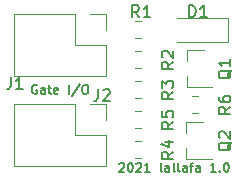
<source format=gbr>
G04 #@! TF.GenerationSoftware,KiCad,Pcbnew,(5.1.5-0-10_14)*
G04 #@! TF.CreationDate,2021-03-12T21:15:51+01:00*
G04 #@! TF.ProjectId,es_gateio,65735f67-6174-4656-996f-2e6b69636164,rev?*
G04 #@! TF.SameCoordinates,Original*
G04 #@! TF.FileFunction,Legend,Top*
G04 #@! TF.FilePolarity,Positive*
%FSLAX46Y46*%
G04 Gerber Fmt 4.6, Leading zero omitted, Abs format (unit mm)*
G04 Created by KiCad (PCBNEW (5.1.5-0-10_14)) date 2021-03-12 21:15:51*
%MOMM*%
%LPD*%
G04 APERTURE LIST*
%ADD10C,0.152400*%
%ADD11C,0.177800*%
%ADD12C,0.120000*%
%ADD13C,0.150000*%
G04 APERTURE END LIST*
D10*
X106607428Y-69505285D02*
X106643714Y-69469000D01*
X106716285Y-69432714D01*
X106897714Y-69432714D01*
X106970285Y-69469000D01*
X107006571Y-69505285D01*
X107042857Y-69577857D01*
X107042857Y-69650428D01*
X107006571Y-69759285D01*
X106571142Y-70194714D01*
X107042857Y-70194714D01*
X107514571Y-69432714D02*
X107587142Y-69432714D01*
X107659714Y-69469000D01*
X107696000Y-69505285D01*
X107732285Y-69577857D01*
X107768571Y-69723000D01*
X107768571Y-69904428D01*
X107732285Y-70049571D01*
X107696000Y-70122142D01*
X107659714Y-70158428D01*
X107587142Y-70194714D01*
X107514571Y-70194714D01*
X107442000Y-70158428D01*
X107405714Y-70122142D01*
X107369428Y-70049571D01*
X107333142Y-69904428D01*
X107333142Y-69723000D01*
X107369428Y-69577857D01*
X107405714Y-69505285D01*
X107442000Y-69469000D01*
X107514571Y-69432714D01*
X108058857Y-69505285D02*
X108095142Y-69469000D01*
X108167714Y-69432714D01*
X108349142Y-69432714D01*
X108421714Y-69469000D01*
X108458000Y-69505285D01*
X108494285Y-69577857D01*
X108494285Y-69650428D01*
X108458000Y-69759285D01*
X108022571Y-70194714D01*
X108494285Y-70194714D01*
X109220000Y-70194714D02*
X108784571Y-70194714D01*
X109002285Y-70194714D02*
X109002285Y-69432714D01*
X108929714Y-69541571D01*
X108857142Y-69614142D01*
X108784571Y-69650428D01*
X110236000Y-70194714D02*
X110163428Y-70158428D01*
X110127142Y-70085857D01*
X110127142Y-69432714D01*
X110852857Y-70194714D02*
X110852857Y-69795571D01*
X110816571Y-69723000D01*
X110744000Y-69686714D01*
X110598857Y-69686714D01*
X110526285Y-69723000D01*
X110852857Y-70158428D02*
X110780285Y-70194714D01*
X110598857Y-70194714D01*
X110526285Y-70158428D01*
X110490000Y-70085857D01*
X110490000Y-70013285D01*
X110526285Y-69940714D01*
X110598857Y-69904428D01*
X110780285Y-69904428D01*
X110852857Y-69868142D01*
X111324571Y-70194714D02*
X111252000Y-70158428D01*
X111215714Y-70085857D01*
X111215714Y-69432714D01*
X111723714Y-70194714D02*
X111651142Y-70158428D01*
X111614857Y-70085857D01*
X111614857Y-69432714D01*
X112340571Y-70194714D02*
X112340571Y-69795571D01*
X112304285Y-69723000D01*
X112231714Y-69686714D01*
X112086571Y-69686714D01*
X112014000Y-69723000D01*
X112340571Y-70158428D02*
X112268000Y-70194714D01*
X112086571Y-70194714D01*
X112014000Y-70158428D01*
X111977714Y-70085857D01*
X111977714Y-70013285D01*
X112014000Y-69940714D01*
X112086571Y-69904428D01*
X112268000Y-69904428D01*
X112340571Y-69868142D01*
X112594571Y-69686714D02*
X112884857Y-69686714D01*
X112703428Y-70194714D02*
X112703428Y-69541571D01*
X112739714Y-69469000D01*
X112812285Y-69432714D01*
X112884857Y-69432714D01*
X113465428Y-70194714D02*
X113465428Y-69795571D01*
X113429142Y-69723000D01*
X113356571Y-69686714D01*
X113211428Y-69686714D01*
X113138857Y-69723000D01*
X113465428Y-70158428D02*
X113392857Y-70194714D01*
X113211428Y-70194714D01*
X113138857Y-70158428D01*
X113102571Y-70085857D01*
X113102571Y-70013285D01*
X113138857Y-69940714D01*
X113211428Y-69904428D01*
X113392857Y-69904428D01*
X113465428Y-69868142D01*
X114808000Y-70194714D02*
X114372571Y-70194714D01*
X114590285Y-70194714D02*
X114590285Y-69432714D01*
X114517714Y-69541571D01*
X114445142Y-69614142D01*
X114372571Y-69650428D01*
X115134571Y-70122142D02*
X115170857Y-70158428D01*
X115134571Y-70194714D01*
X115098285Y-70158428D01*
X115134571Y-70122142D01*
X115134571Y-70194714D01*
X115642571Y-69432714D02*
X115715142Y-69432714D01*
X115787714Y-69469000D01*
X115824000Y-69505285D01*
X115860285Y-69577857D01*
X115896571Y-69723000D01*
X115896571Y-69904428D01*
X115860285Y-70049571D01*
X115824000Y-70122142D01*
X115787714Y-70158428D01*
X115715142Y-70194714D01*
X115642571Y-70194714D01*
X115570000Y-70158428D01*
X115533714Y-70122142D01*
X115497428Y-70049571D01*
X115461142Y-69904428D01*
X115461142Y-69723000D01*
X115497428Y-69577857D01*
X115533714Y-69505285D01*
X115570000Y-69469000D01*
X115642571Y-69432714D01*
D11*
X99640571Y-62865000D02*
X99568000Y-62828714D01*
X99459142Y-62828714D01*
X99350285Y-62865000D01*
X99277714Y-62937571D01*
X99241428Y-63010142D01*
X99205142Y-63155285D01*
X99205142Y-63264142D01*
X99241428Y-63409285D01*
X99277714Y-63481857D01*
X99350285Y-63554428D01*
X99459142Y-63590714D01*
X99531714Y-63590714D01*
X99640571Y-63554428D01*
X99676857Y-63518142D01*
X99676857Y-63264142D01*
X99531714Y-63264142D01*
X100330000Y-63590714D02*
X100330000Y-63191571D01*
X100293714Y-63119000D01*
X100221142Y-63082714D01*
X100076000Y-63082714D01*
X100003428Y-63119000D01*
X100330000Y-63554428D02*
X100257428Y-63590714D01*
X100076000Y-63590714D01*
X100003428Y-63554428D01*
X99967142Y-63481857D01*
X99967142Y-63409285D01*
X100003428Y-63336714D01*
X100076000Y-63300428D01*
X100257428Y-63300428D01*
X100330000Y-63264142D01*
X100584000Y-63082714D02*
X100874285Y-63082714D01*
X100692857Y-62828714D02*
X100692857Y-63481857D01*
X100729142Y-63554428D01*
X100801714Y-63590714D01*
X100874285Y-63590714D01*
X101418571Y-63554428D02*
X101346000Y-63590714D01*
X101200857Y-63590714D01*
X101128285Y-63554428D01*
X101092000Y-63481857D01*
X101092000Y-63191571D01*
X101128285Y-63119000D01*
X101200857Y-63082714D01*
X101346000Y-63082714D01*
X101418571Y-63119000D01*
X101454857Y-63191571D01*
X101454857Y-63264142D01*
X101092000Y-63336714D01*
X102362000Y-63590714D02*
X102362000Y-62828714D01*
X103269142Y-62792428D02*
X102616000Y-63772142D01*
X103668285Y-62828714D02*
X103813428Y-62828714D01*
X103886000Y-62865000D01*
X103958571Y-62937571D01*
X103994857Y-63082714D01*
X103994857Y-63336714D01*
X103958571Y-63481857D01*
X103886000Y-63554428D01*
X103813428Y-63590714D01*
X103668285Y-63590714D01*
X103595714Y-63554428D01*
X103523142Y-63481857D01*
X103486857Y-63336714D01*
X103486857Y-63082714D01*
X103523142Y-62937571D01*
X103595714Y-62865000D01*
X103668285Y-62828714D01*
D12*
X105470000Y-64456000D02*
X105470000Y-65786000D01*
X104140000Y-64456000D02*
X105470000Y-64456000D01*
X105470000Y-67056000D02*
X105470000Y-69656000D01*
X102870000Y-67056000D02*
X105470000Y-67056000D01*
X102870000Y-64456000D02*
X102870000Y-67056000D01*
X105470000Y-69656000D02*
X97730000Y-69656000D01*
X102870000Y-64456000D02*
X97730000Y-64456000D01*
X97730000Y-64456000D02*
X97730000Y-69656000D01*
X108456252Y-57456000D02*
X107933748Y-57456000D01*
X108456252Y-58876000D02*
X107933748Y-58876000D01*
X105470000Y-56836000D02*
X105470000Y-58166000D01*
X104140000Y-56836000D02*
X105470000Y-56836000D01*
X105470000Y-59436000D02*
X105470000Y-62036000D01*
X102870000Y-59436000D02*
X105470000Y-59436000D01*
X102870000Y-56836000D02*
X102870000Y-59436000D01*
X105470000Y-62036000D02*
X97730000Y-62036000D01*
X102870000Y-56836000D02*
X97730000Y-56836000D01*
X97730000Y-56836000D02*
X97730000Y-62036000D01*
X115806000Y-57166000D02*
X111506000Y-57166000D01*
X115806000Y-59166000D02*
X115806000Y-57166000D01*
X111506000Y-59166000D02*
X115806000Y-59166000D01*
X112759748Y-65226000D02*
X113282252Y-65226000D01*
X112759748Y-63806000D02*
X113282252Y-63806000D01*
X108465252Y-65076000D02*
X107942748Y-65076000D01*
X108465252Y-66496000D02*
X107942748Y-66496000D01*
X108465252Y-67616000D02*
X107942748Y-67616000D01*
X108465252Y-69036000D02*
X107942748Y-69036000D01*
X108465252Y-59996000D02*
X107942748Y-59996000D01*
X108465252Y-61416000D02*
X107942748Y-61416000D01*
X107951748Y-63956000D02*
X108474252Y-63956000D01*
X107951748Y-62536000D02*
X108474252Y-62536000D01*
X112270000Y-65984000D02*
X113730000Y-65984000D01*
X112270000Y-69144000D02*
X114430000Y-69144000D01*
X112270000Y-69144000D02*
X112270000Y-68214000D01*
X112270000Y-65984000D02*
X112270000Y-66914000D01*
X112336000Y-59872000D02*
X113796000Y-59872000D01*
X112336000Y-63032000D02*
X114496000Y-63032000D01*
X112336000Y-63032000D02*
X112336000Y-62102000D01*
X112336000Y-59872000D02*
X112336000Y-60802000D01*
D13*
X104822666Y-63206380D02*
X104822666Y-63920666D01*
X104775047Y-64063523D01*
X104679809Y-64158761D01*
X104536952Y-64206380D01*
X104441714Y-64206380D01*
X105251238Y-63301619D02*
X105298857Y-63254000D01*
X105394095Y-63206380D01*
X105632190Y-63206380D01*
X105727428Y-63254000D01*
X105775047Y-63301619D01*
X105822666Y-63396857D01*
X105822666Y-63492095D01*
X105775047Y-63634952D01*
X105203619Y-64206380D01*
X105822666Y-64206380D01*
X108291333Y-57094380D02*
X107958000Y-56618190D01*
X107719904Y-57094380D02*
X107719904Y-56094380D01*
X108100857Y-56094380D01*
X108196095Y-56142000D01*
X108243714Y-56189619D01*
X108291333Y-56284857D01*
X108291333Y-56427714D01*
X108243714Y-56522952D01*
X108196095Y-56570571D01*
X108100857Y-56618190D01*
X107719904Y-56618190D01*
X109243714Y-57094380D02*
X108672285Y-57094380D01*
X108958000Y-57094380D02*
X108958000Y-56094380D01*
X108862761Y-56237238D01*
X108767523Y-56332476D01*
X108672285Y-56380095D01*
X97456666Y-62190380D02*
X97456666Y-62904666D01*
X97409047Y-63047523D01*
X97313809Y-63142761D01*
X97170952Y-63190380D01*
X97075714Y-63190380D01*
X98456666Y-63190380D02*
X97885238Y-63190380D01*
X98170952Y-63190380D02*
X98170952Y-62190380D01*
X98075714Y-62333238D01*
X97980476Y-62428476D01*
X97885238Y-62476095D01*
X112517904Y-57094380D02*
X112517904Y-56094380D01*
X112756000Y-56094380D01*
X112898857Y-56142000D01*
X112994095Y-56237238D01*
X113041714Y-56332476D01*
X113089333Y-56522952D01*
X113089333Y-56665809D01*
X113041714Y-56856285D01*
X112994095Y-56951523D01*
X112898857Y-57046761D01*
X112756000Y-57094380D01*
X112517904Y-57094380D01*
X114041714Y-57094380D02*
X113470285Y-57094380D01*
X113756000Y-57094380D02*
X113756000Y-56094380D01*
X113660761Y-56237238D01*
X113565523Y-56332476D01*
X113470285Y-56380095D01*
X116022380Y-64682666D02*
X115546190Y-65016000D01*
X116022380Y-65254095D02*
X115022380Y-65254095D01*
X115022380Y-64873142D01*
X115070000Y-64777904D01*
X115117619Y-64730285D01*
X115212857Y-64682666D01*
X115355714Y-64682666D01*
X115450952Y-64730285D01*
X115498571Y-64777904D01*
X115546190Y-64873142D01*
X115546190Y-65254095D01*
X115022380Y-63825523D02*
X115022380Y-64016000D01*
X115070000Y-64111238D01*
X115117619Y-64158857D01*
X115260476Y-64254095D01*
X115450952Y-64301714D01*
X115831904Y-64301714D01*
X115927142Y-64254095D01*
X115974761Y-64206476D01*
X116022380Y-64111238D01*
X116022380Y-63920761D01*
X115974761Y-63825523D01*
X115927142Y-63777904D01*
X115831904Y-63730285D01*
X115593809Y-63730285D01*
X115498571Y-63777904D01*
X115450952Y-63825523D01*
X115403333Y-63920761D01*
X115403333Y-64111238D01*
X115450952Y-64206476D01*
X115498571Y-64254095D01*
X115593809Y-64301714D01*
X111196380Y-65952666D02*
X110720190Y-66286000D01*
X111196380Y-66524095D02*
X110196380Y-66524095D01*
X110196380Y-66143142D01*
X110244000Y-66047904D01*
X110291619Y-66000285D01*
X110386857Y-65952666D01*
X110529714Y-65952666D01*
X110624952Y-66000285D01*
X110672571Y-66047904D01*
X110720190Y-66143142D01*
X110720190Y-66524095D01*
X110196380Y-65047904D02*
X110196380Y-65524095D01*
X110672571Y-65571714D01*
X110624952Y-65524095D01*
X110577333Y-65428857D01*
X110577333Y-65190761D01*
X110624952Y-65095523D01*
X110672571Y-65047904D01*
X110767809Y-65000285D01*
X111005904Y-65000285D01*
X111101142Y-65047904D01*
X111148761Y-65095523D01*
X111196380Y-65190761D01*
X111196380Y-65428857D01*
X111148761Y-65524095D01*
X111101142Y-65571714D01*
X111196380Y-68492666D02*
X110720190Y-68826000D01*
X111196380Y-69064095D02*
X110196380Y-69064095D01*
X110196380Y-68683142D01*
X110244000Y-68587904D01*
X110291619Y-68540285D01*
X110386857Y-68492666D01*
X110529714Y-68492666D01*
X110624952Y-68540285D01*
X110672571Y-68587904D01*
X110720190Y-68683142D01*
X110720190Y-69064095D01*
X110529714Y-67635523D02*
X111196380Y-67635523D01*
X110148761Y-67873619D02*
X110863047Y-68111714D01*
X110863047Y-67492666D01*
X111196380Y-63412666D02*
X110720190Y-63746000D01*
X111196380Y-63984095D02*
X110196380Y-63984095D01*
X110196380Y-63603142D01*
X110244000Y-63507904D01*
X110291619Y-63460285D01*
X110386857Y-63412666D01*
X110529714Y-63412666D01*
X110624952Y-63460285D01*
X110672571Y-63507904D01*
X110720190Y-63603142D01*
X110720190Y-63984095D01*
X110196380Y-63079333D02*
X110196380Y-62460285D01*
X110577333Y-62793619D01*
X110577333Y-62650761D01*
X110624952Y-62555523D01*
X110672571Y-62507904D01*
X110767809Y-62460285D01*
X111005904Y-62460285D01*
X111101142Y-62507904D01*
X111148761Y-62555523D01*
X111196380Y-62650761D01*
X111196380Y-62936476D01*
X111148761Y-63031714D01*
X111101142Y-63079333D01*
X111196380Y-60872666D02*
X110720190Y-61206000D01*
X111196380Y-61444095D02*
X110196380Y-61444095D01*
X110196380Y-61063142D01*
X110244000Y-60967904D01*
X110291619Y-60920285D01*
X110386857Y-60872666D01*
X110529714Y-60872666D01*
X110624952Y-60920285D01*
X110672571Y-60967904D01*
X110720190Y-61063142D01*
X110720190Y-61444095D01*
X110291619Y-60491714D02*
X110244000Y-60444095D01*
X110196380Y-60348857D01*
X110196380Y-60110761D01*
X110244000Y-60015523D01*
X110291619Y-59967904D01*
X110386857Y-59920285D01*
X110482095Y-59920285D01*
X110624952Y-59967904D01*
X111196380Y-60539333D01*
X111196380Y-59920285D01*
X116117619Y-67659238D02*
X116070000Y-67754476D01*
X115974761Y-67849714D01*
X115831904Y-67992571D01*
X115784285Y-68087809D01*
X115784285Y-68183047D01*
X116022380Y-68135428D02*
X115974761Y-68230666D01*
X115879523Y-68325904D01*
X115689047Y-68373523D01*
X115355714Y-68373523D01*
X115165238Y-68325904D01*
X115070000Y-68230666D01*
X115022380Y-68135428D01*
X115022380Y-67944952D01*
X115070000Y-67849714D01*
X115165238Y-67754476D01*
X115355714Y-67706857D01*
X115689047Y-67706857D01*
X115879523Y-67754476D01*
X115974761Y-67849714D01*
X116022380Y-67944952D01*
X116022380Y-68135428D01*
X115117619Y-67325904D02*
X115070000Y-67278285D01*
X115022380Y-67183047D01*
X115022380Y-66944952D01*
X115070000Y-66849714D01*
X115117619Y-66802095D01*
X115212857Y-66754476D01*
X115308095Y-66754476D01*
X115450952Y-66802095D01*
X116022380Y-67373523D01*
X116022380Y-66754476D01*
X116117619Y-61563238D02*
X116070000Y-61658476D01*
X115974761Y-61753714D01*
X115831904Y-61896571D01*
X115784285Y-61991809D01*
X115784285Y-62087047D01*
X116022380Y-62039428D02*
X115974761Y-62134666D01*
X115879523Y-62229904D01*
X115689047Y-62277523D01*
X115355714Y-62277523D01*
X115165238Y-62229904D01*
X115070000Y-62134666D01*
X115022380Y-62039428D01*
X115022380Y-61848952D01*
X115070000Y-61753714D01*
X115165238Y-61658476D01*
X115355714Y-61610857D01*
X115689047Y-61610857D01*
X115879523Y-61658476D01*
X115974761Y-61753714D01*
X116022380Y-61848952D01*
X116022380Y-62039428D01*
X116022380Y-60658476D02*
X116022380Y-61229904D01*
X116022380Y-60944190D02*
X115022380Y-60944190D01*
X115165238Y-61039428D01*
X115260476Y-61134666D01*
X115308095Y-61229904D01*
M02*

</source>
